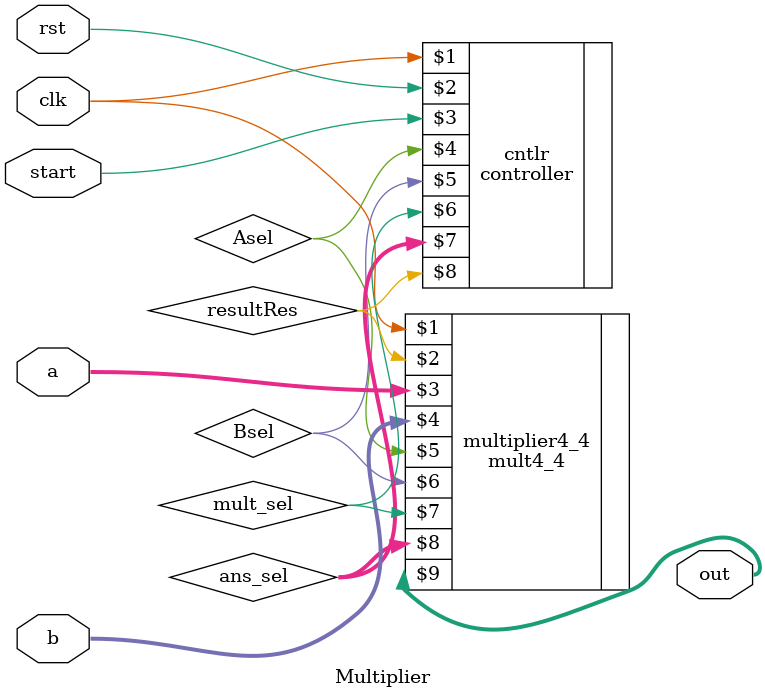
<source format=v>
module Multiplier(a,b,clk,start,rst,out);
input[3:0]a,b;
input clk,start,rst;
output wire[7:0] out;
wire Asel,Bsel,resultRes,mult_sel;
wire[1:0] ans_sel;
mult4_4 multiplier4_4(clk,resultRes,a,b,Asel,Bsel,mult_sel,ans_sel,out);//1514
controller cntlr(clk,rst,start,Asel,Bsel,mult_sel,ans_sel,resultRes);//339
endmodule
//1853
</source>
